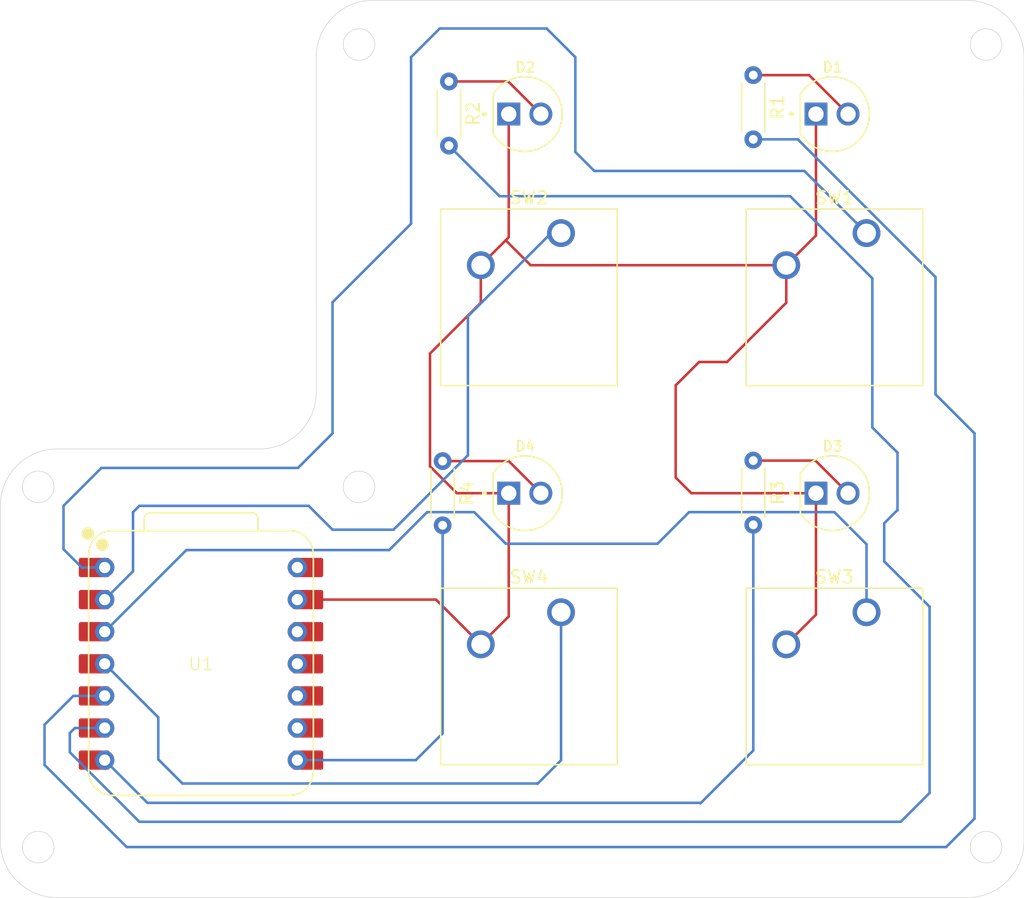
<source format=kicad_pcb>
(kicad_pcb (version 20241229) (generator "pcbnew") (generator_version "9.0")
  (layers (0 "F.Cu" signal) (2 "B.Cu" signal) (13 "F.Paste" user) (15 "B.Paste" user) (5 "F.SilkS" user "F.Silkscreen") (7 "B.SilkS" user "B.Silkscreen") (1 "F.Mask" user) (3 "B.Mask" user) (25 "Edge.Cuts" user))
  (net 0 "")
  (net 1 "Net-(D1-PadA)")
  (net 2 "GND")
  (net 3 "Net-(D2-PadA)")
  (net 4 "Net-(D3-PadA)")
  (net 5 "LED1")
  (net 6 "LED2")
  (net 7 "LED3")
  (net 8 "button1")
  (net 9 "button2")
  (net 10 "button3")
  (net 15 "Net-(D4-PadA)")
  (net 16 "LED4")
  (net 18 "button4")
  (footprint "Resistor_THT:R_Axial_DIN0204_L3.6mm_D1.6mm_P5.08mm_Horizontal" (layer "F.Cu") (at 154.5 84.42 -90)
    (property "Reference" "R2" (at 2.54 -1.92 90) (layer "F.SilkS"))
    (property "Value" "R")
    (fp_line (start 0.62 0.92) (end 4.46 0.92) (stroke (width 0.12)) (layer "F.SilkS"))
    (fp_line (start 0.62 -0.92) (end 4.46 -0.92) (stroke (width 0.12)) (layer "F.SilkS"))
    (pad "1" thru_hole circle (at 0 0 270) (size 1.4 1.4) (drill 0.7) (layers "*.Cu" "*.Mask") (net 3 "Net-(D2-PadA)"))
    (pad "2" thru_hole circle (at 5.08 0 270) (size 1.4 1.4) (drill 0.7) (layers "*.Cu" "*.Mask") (net 6 "LED2"))
  )
  (footprint "Resistor_THT:R_Axial_DIN0204_L3.6mm_D1.6mm_P5.08mm_Horizontal" (layer "F.Cu") (at 178.58 114.42 -90)
    (property "Reference" "R3" (at 2.54 -1.92 90) (layer "F.SilkS"))
    (property "Value" "R")
    (fp_line (start 0.62 0.92) (end 4.46 0.92) (stroke (width 0.12)) (layer "F.SilkS"))
    (fp_line (start 0.62 -0.92) (end 4.46 -0.92) (stroke (width 0.12)) (layer "F.SilkS"))
    (pad "1" thru_hole circle (at 0 0 270) (size 1.4 1.4) (drill 0.7) (layers "*.Cu" "*.Mask") (net 4 "Net-(D3-PadA)"))
    (pad "2" thru_hole circle (at 5.08 0 270) (size 1.4 1.4) (drill 0.7) (layers "*.Cu" "*.Mask") (net 7 "LED3"))
  )
  (footprint "Button_Switch_Keyboard:SW_Cherry_MX_1.00u_PCB" (layer "F.Cu") (at 187.54 96.42)
    (property "Reference" "SW1" (at -2.54 -2.794 0) (layer "F.SilkS"))
    (property "Value" "SW_Push")
    (fp_line (start -9.525 -1.905) (end 4.445 -1.905) (stroke (width 0.12)) (layer "F.SilkS"))
    (fp_line (start -9.525 12.065) (end -9.525 -1.905) (stroke (width 0.12)) (layer "F.SilkS"))
    (fp_line (start 4.445 -1.905) (end 4.445 12.065) (stroke (width 0.12)) (layer "F.SilkS"))
    (fp_line (start 4.445 12.065) (end -9.525 12.065) (stroke (width 0.12)) (layer "F.SilkS"))
    (pad "" np_thru_hole circle (at -7.62 5.08) (size 1.7 1.7) (drill 1.7) (layers "*.Cu" "*.Mask"))
    (pad "" np_thru_hole circle (at -2.54 5.08) (size 4 4) (drill 4) (layers "*.Cu" "*.Mask"))
    (pad "" np_thru_hole circle (at 2.54 5.08) (size 1.7 1.7) (drill 1.7) (layers "*.Cu" "*.Mask"))
    (pad "1" thru_hole circle (at 0 0) (size 2.2 2.2) (drill 1.5) (layers "*.Cu" "*.Mask") (net 8 "button1"))
    (pad "2" thru_hole circle (at -6.35 2.54) (size 2.2 2.2) (drill 1.5) (layers "*.Cu" "*.Mask") (net 2 "GND"))
  )
  (footprint "footprints:LEDRD254W57D500H1070" (layer "F.Cu") (at 160.5 87)
    (property "Reference" "D2" (at 0.04 -3.708 0) (layer "F.SilkS") (effects (font (size 0.8 0.8))))
    (property "Value" "L08R5000Q1")
    (fp_line (start -2.5 -1.566) (end -2.5 1.566) (stroke (width 0.127)) (layer "F.SilkS"))
    (fp_arc (start -2.5 -1.566) (mid 2.961291 0) (end -2.5 1.566) (stroke (width 0.127)) (layer "F.SilkS"))
    (fp_circle (center -3.2 0) (end -3.1 0) (stroke (width 0.2)) (fill no) (layer "F.SilkS"))
    (pad "A" thru_hole circle (at 1.27 0) (size 1.815 1.815) (drill 1.21) (layers "*.Cu" "*.Mask") (net 3 "Net-(D2-PadA)"))
    (pad "C" thru_hole rect (at -1.27 0) (size 1.815 1.815) (drill 1.21) (layers "*.Cu" "*.Mask") (net 2 "GND"))
  )
  (footprint "Button_Switch_Keyboard:SW_Cherry_MX_1.00u_PCB" (layer "F.Cu") (at 187.54 126.42)
    (property "Reference" "SW3" (at -2.54 -2.794 0) (layer "F.SilkS"))
    (property "Value" "SW_Push")
    (fp_line (start -9.525 -1.905) (end 4.445 -1.905) (stroke (width 0.12)) (layer "F.SilkS"))
    (fp_line (start -9.525 12.065) (end -9.525 -1.905) (stroke (width 0.12)) (layer "F.SilkS"))
    (fp_line (start 4.445 -1.905) (end 4.445 12.065) (stroke (width 0.12)) (layer "F.SilkS"))
    (fp_line (start 4.445 12.065) (end -9.525 12.065) (stroke (width 0.12)) (layer "F.SilkS"))
    (pad "" np_thru_hole circle (at -7.62 5.08) (size 1.7 1.7) (drill 1.7) (layers "*.Cu" "*.Mask"))
    (pad "" np_thru_hole circle (at -2.54 5.08) (size 4 4) (drill 4) (layers "*.Cu" "*.Mask"))
    (pad "" np_thru_hole circle (at 2.54 5.08) (size 1.7 1.7) (drill 1.7) (layers "*.Cu" "*.Mask"))
    (pad "1" thru_hole circle (at 0 0) (size 2.2 2.2) (drill 1.5) (layers "*.Cu" "*.Mask") (net 10 "button3"))
    (pad "2" thru_hole circle (at -6.35 2.54) (size 2.2 2.2) (drill 1.5) (layers "*.Cu" "*.Mask") (net 2 "GND"))
  )
  (footprint "Button_Switch_Keyboard:SW_Cherry_MX_1.00u_PCB" (layer "F.Cu") (at 163.369 126.42)
    (property "Reference" "SW4" (at -2.54 -2.794 0) (layer "F.SilkS"))
    (property "Value" "SW_Push")
    (fp_line (start -9.525 -1.905) (end 4.445 -1.905) (stroke (width 0.12)) (layer "F.SilkS"))
    (fp_line (start -9.525 12.065) (end -9.525 -1.905) (stroke (width 0.12)) (layer "F.SilkS"))
    (fp_line (start 4.445 -1.905) (end 4.445 12.065) (stroke (width 0.12)) (layer "F.SilkS"))
    (fp_line (start 4.445 12.065) (end -9.525 12.065) (stroke (width 0.12)) (layer "F.SilkS"))
    (pad "" np_thru_hole circle (at -7.62 5.08) (size 1.7 1.7) (drill 1.7) (layers "*.Cu" "*.Mask"))
    (pad "" np_thru_hole circle (at -2.54 5.08) (size 4 4) (drill 4) (layers "*.Cu" "*.Mask"))
    (pad "" np_thru_hole circle (at 2.54 5.08) (size 1.7 1.7) (drill 1.7) (layers "*.Cu" "*.Mask"))
    (pad "1" thru_hole circle (at 0 0) (size 2.2 2.2) (drill 1.5) (layers "*.Cu" "*.Mask") (net 18 "button4"))
    (pad "2" thru_hole circle (at -6.35 2.54) (size 2.2 2.2) (drill 1.5) (layers "*.Cu" "*.Mask") (net 2 "GND"))
  )
  (footprint "Resistor_THT:R_Axial_DIN0204_L3.6mm_D1.6mm_P5.08mm_Horizontal" (layer "F.Cu") (at 178.58 83.92 -90)
    (property "Reference" "R1" (at 2.54 -1.92 90) (layer "F.SilkS"))
    (property "Value" "R")
    (fp_line (start 0.62 0.92) (end 4.46 0.92) (stroke (width 0.12)) (layer "F.SilkS"))
    (fp_line (start 0.62 -0.92) (end 4.46 -0.92) (stroke (width 0.12)) (layer "F.SilkS"))
    (pad "1" thru_hole circle (at 0 0 270) (size 1.4 1.4) (drill 0.7) (layers "*.Cu" "*.Mask") (net 1 "Net-(D1-PadA)"))
    (pad "2" thru_hole circle (at 5.08 0 270) (size 1.4 1.4) (drill 0.7) (layers "*.Cu" "*.Mask") (net 5 "LED1"))
  )
  (footprint "footprints:LEDRD254W57D500H1070" (layer "F.Cu") (at 160.5 117)
    (property "Reference" "D4" (at 0.04 -3.708 0) (layer "F.SilkS") (effects (font (size 0.8 0.8))))
    (property "Value" "L08R5000Q1")
    (fp_line (start -2.5 -1.566) (end -2.5 1.566) (stroke (width 0.127)) (layer "F.SilkS"))
    (fp_arc (start -2.5 -1.566) (mid 2.961291 0) (end -2.5 1.566) (stroke (width 0.127)) (layer "F.SilkS"))
    (fp_circle (center -3.2 0) (end -3.1 0) (stroke (width 0.2)) (fill no) (layer "F.SilkS"))
    (pad "A" thru_hole circle (at 1.27 0) (size 1.815 1.815) (drill 1.21) (layers "*.Cu" "*.Mask") (net 15 "Net-(D4-PadA)"))
    (pad "C" thru_hole rect (at -1.27 0) (size 1.815 1.815) (drill 1.21) (layers "*.Cu" "*.Mask") (net 2 "GND"))
  )
  (footprint "Button_Switch_Keyboard:SW_Cherry_MX_1.00u_PCB" (layer "F.Cu") (at 163.369 96.42)
    (property "Reference" "SW2" (at -2.54 -2.794 0) (layer "F.SilkS"))
    (property "Value" "SW_Push")
    (fp_line (start -9.525 -1.905) (end 4.445 -1.905) (stroke (width 0.12)) (layer "F.SilkS"))
    (fp_line (start -9.525 12.065) (end -9.525 -1.905) (stroke (width 0.12)) (layer "F.SilkS"))
    (fp_line (start 4.445 -1.905) (end 4.445 12.065) (stroke (width 0.12)) (layer "F.SilkS"))
    (fp_line (start 4.445 12.065) (end -9.525 12.065) (stroke (width 0.12)) (layer "F.SilkS"))
    (pad "" np_thru_hole circle (at -7.62 5.08) (size 1.7 1.7) (drill 1.7) (layers "*.Cu" "*.Mask"))
    (pad "" np_thru_hole circle (at -2.54 5.08) (size 4 4) (drill 4) (layers "*.Cu" "*.Mask"))
    (pad "" np_thru_hole circle (at 2.54 5.08) (size 1.7 1.7) (drill 1.7) (layers "*.Cu" "*.Mask"))
    (pad "1" thru_hole circle (at 0 0) (size 2.2 2.2) (drill 1.5) (layers "*.Cu" "*.Mask") (net 9 "button2"))
    (pad "2" thru_hole circle (at -6.35 2.54) (size 2.2 2.2) (drill 1.5) (layers "*.Cu" "*.Mask") (net 2 "GND"))
  )
  (footprint "footprints:XIAO-RP2040-DIP" (layer "F.Cu") (at 134.88 130.5)
    (property "Reference" "U1" (at 0 0 0) (layer "F.SilkS") (effects (font (thickness 0.1016))))
    (property "Value" "XIAO-RP2040-DIP")
    (fp_line (start -8.89 8.509) (end -8.89 -8.636) (stroke (width 0.127)) (layer "F.SilkS"))
    (fp_line (start -6.985 10.414) (end 6.985 10.414) (stroke (width 0.127)) (layer "F.SilkS"))
    (fp_line (start -4.495 -10.541) (end -4.491272 -11.451272) (stroke (width 0.127)) (layer "F.SilkS"))
    (fp_line (start -3.991272 -11.951) (end 4.004 -11.951) (stroke (width 0.127)) (layer "F.SilkS"))
    (fp_line (start 4.504 -11.451) (end 4.504 -10.541) (stroke (width 0.127)) (layer "F.SilkS"))
    (fp_line (start 6.985 -10.541) (end -6.985 -10.541) (stroke (width 0.1)) (layer "F.SilkS"))
    (fp_line (start 6.985 -10.541) (end -6.985 -10.541) (stroke (width 0.127)) (layer "F.SilkS"))
    (fp_line (start 8.89 8.509) (end 8.89 -8.636) (stroke (width 0.127)) (layer "F.SilkS"))
    (fp_arc (start -8.89 -8.636) (mid -8.332038 -9.983038) (end -6.985 -10.541) (stroke (width 0.127)) (layer "F.SilkS"))
    (fp_arc (start -6.985 10.414) (mid -8.332038 9.856038) (end -8.89 8.509) (stroke (width 0.127)) (layer "F.SilkS"))
    (fp_arc (start -4.491272 -11.451272) (mid -4.344728 -11.80464) (end -3.991272 -11.951) (stroke (width 0.127)) (layer "F.SilkS"))
    (fp_arc (start 4.004 -11.951) (mid 4.357553 -11.804553) (end 4.504 -11.451) (stroke (width 0.127)) (layer "F.SilkS"))
    (fp_arc (start 6.985 -10.541) (mid 8.332038 -9.983038) (end 8.89 -8.636) (stroke (width 0.127)) (layer "F.SilkS"))
    (fp_arc (start 8.89 8.509) (mid 8.332038 9.856038) (end 6.985 10.414) (stroke (width 0.127)) (layer "F.SilkS"))
    (fp_circle (center -8.95 -10.3) (end -8.95 -10.554) (stroke (width 0.5)) (fill yes) (layer "F.SilkS"))
    (fp_circle (center -7.807 -9.42) (end -7.807 -9.674) (stroke (width 0.5)) (fill yes) (layer "F.SilkS"))
    (pad "1" smd roundrect (at -8.455 -7.62 180) (size 2.432 1.524) (layers "F.Cu" "F.Mask") (roundrect_rratio 0.1) (net 8 "button1"))
    (pad "1" thru_hole circle (at -7.62 -7.62 180) (size 1.524 1.524) (drill 0.889) (layers "*.Cu" "*.Mask") (net 8 "button1"))
    (pad "2" smd roundrect (at -8.455 -5.08 180) (size 2.432 1.524) (layers "F.Cu" "F.Mask") (roundrect_rratio 0.1) (net 9 "button2"))
    (pad "2" thru_hole circle (at -7.62 -5.08 180) (size 1.524 1.524) (drill 0.889) (layers "*.Cu" "*.Mask") (net 9 "button2"))
    (pad "3" smd roundrect (at -8.455 -2.54 180) (size 2.432 1.524) (layers "F.Cu" "F.Mask") (roundrect_rratio 0.1) (net 10 "button3"))
    (pad "3" thru_hole circle (at -7.62 -2.54 180) (size 1.524 1.524) (drill 0.889) (layers "*.Cu" "*.Mask") (net 10 "button3"))
    (pad "4" smd roundrect (at -8.455 0 180) (size 2.432 1.524) (layers "F.Cu" "F.Mask") (roundrect_rratio 0.1) (net 18 "button4"))
    (pad "4" thru_hole circle (at -7.62 0 180) (size 1.524 1.524) (drill 0.889) (layers "*.Cu" "*.Mask") (net 18 "button4"))
    (pad "5" smd roundrect (at -8.455 2.54 180) (size 2.432 1.524) (layers "F.Cu" "F.Mask") (roundrect_rratio 0.1) (net 5 "LED1"))
    (pad "5" thru_hole circle (at -7.62 2.54 180) (size 1.524 1.524) (drill 0.889) (layers "*.Cu" "*.Mask") (net 5 "LED1"))
    (pad "6" smd roundrect (at -8.455 5.08 180) (size 2.432 1.524) (layers "F.Cu" "F.Mask") (roundrect_rratio 0.1) (net 6 "LED2"))
    (pad "6" thru_hole circle (at -7.62 5.08 180) (size 1.524 1.524) (drill 0.889) (layers "*.Cu" "*.Mask") (net 6 "LED2"))
    (pad "7" smd roundrect (at -8.455 7.62 180) (size 2.432 1.524) (layers "F.Cu" "F.Mask") (roundrect_rratio 0.1) (net 7 "LED3"))
    (pad "7" thru_hole circle (at -7.62 7.62 180) (size 1.524 1.524) (drill 0.889) (layers "*.Cu" "*.Mask") (net 7 "LED3"))
    (pad "8" thru_hole circle (at 7.62 7.62) (size 1.524 1.524) (drill 0.889) (layers "*.Cu" "*.Mask") (net 16 "LED4"))
    (pad "8" smd roundrect (at 8.455 7.62) (size 2.432 1.524) (layers "F.Cu" "F.Mask") (roundrect_rratio 0.1) (net 16 "LED4"))
    (pad "9" thru_hole circle (at 7.62 5.08) (size 1.524 1.524) (drill 0.889) (layers "*.Cu" "*.Mask"))
    (pad "9" smd roundrect (at 8.455 5.08) (size 2.432 1.524) (layers "F.Cu" "F.Mask") (roundrect_rratio 0.1))
    (pad "10" thru_hole circle (at 7.62 2.54) (size 1.524 1.524) (drill 0.889) (layers "*.Cu" "*.Mask"))
    (pad "10" smd roundrect (at 8.455 2.54) (size 2.432 1.524) (layers "F.Cu" "F.Mask") (roundrect_rratio 0.1))
    (pad "11" thru_hole circle (at 7.62 0) (size 1.524 1.524) (drill 0.889) (layers "*.Cu" "*.Mask"))
    (pad "11" smd roundrect (at 8.455 0) (size 2.432 1.524) (layers "F.Cu" "F.Mask") (roundrect_rratio 0.1))
    (pad "12" thru_hole circle (at 7.62 -2.54) (size 1.524 1.524) (drill 0.889) (layers "*.Cu" "*.Mask"))
    (pad "12" smd roundrect (at 8.455 -2.54) (size 2.432 1.524) (layers "F.Cu" "F.Mask") (roundrect_rratio 0.1))
    (pad "13" thru_hole circle (at 7.62 -5.08) (size 1.524 1.524) (drill 0.889) (layers "*.Cu" "*.Mask") (net 2 "GND"))
    (pad "13" smd roundrect (at 8.455 -5.08) (size 2.432 1.524) (layers "F.Cu" "F.Mask") (roundrect_rratio 0.1) (net 2 "GND"))
    (pad "14" thru_hole circle (at 7.62 -7.62) (size 1.524 1.524) (drill 0.889) (layers "*.Cu" "*.Mask"))
    (pad "14" smd roundrect (at 8.455 -7.62) (size 2.432 1.524) (layers "F.Cu" "F.Mask") (roundrect_rratio 0.1))
  )
  (footprint "footprints:LEDRD254W57D500H1070" (layer "F.Cu") (at 184.81 117)
    (property "Reference" "D3" (at 0.04 -3.708 0) (layer "F.SilkS") (effects (font (size 0.8 0.8))))
    (property "Value" "L08R5000Q1")
    (fp_line (start -2.5 -1.566) (end -2.5 1.566) (stroke (width 0.127)) (layer "F.SilkS"))
    (fp_arc (start -2.5 -1.566) (mid 2.961291 0) (end -2.5 1.566) (stroke (width 0.127)) (layer "F.SilkS"))
    (fp_circle (center -3.2 0) (end -3.1 0) (stroke (width 0.2)) (fill no) (layer "F.SilkS"))
    (pad "A" thru_hole circle (at 1.27 0) (size 1.815 1.815) (drill 1.21) (layers "*.Cu" "*.Mask") (net 4 "Net-(D3-PadA)"))
    (pad "C" thru_hole rect (at -1.27 0) (size 1.815 1.815) (drill 1.21) (layers "*.Cu" "*.Mask") (net 2 "GND"))
  )
  (footprint "Resistor_THT:R_Axial_DIN0204_L3.6mm_D1.6mm_P5.08mm_Horizontal" (layer "F.Cu") (at 154 114.46 -90)
    (property "Reference" "R4" (at 2.54 -1.92 90) (layer "F.SilkS"))
    (property "Value" "R")
    (fp_line (start 0.62 0.92) (end 4.46 0.92) (stroke (width 0.12)) (layer "F.SilkS"))
    (fp_line (start 0.62 -0.92) (end 4.46 -0.92) (stroke (width 0.12)) (layer "F.SilkS"))
    (pad "1" thru_hole circle (at 0 0 270) (size 1.4 1.4) (drill 0.7) (layers "*.Cu" "*.Mask") (net 15 "Net-(D4-PadA)"))
    (pad "2" thru_hole circle (at 5.08 0 270) (size 1.4 1.4) (drill 0.7) (layers "*.Cu" "*.Mask") (net 16 "LED4"))
  )
  (footprint "footprints:LEDRD254W57D500H1070" (layer "F.Cu") (at 184.81 87)
    (property "Reference" "D1" (at 0.04 -3.708 0) (layer "F.SilkS") (effects (font (size 0.8 0.8))))
    (property "Value" "L08R5000Q1")
    (fp_line (start -2.5 -1.566) (end -2.5 1.566) (stroke (width 0.127)) (layer "F.SilkS"))
    (fp_arc (start -2.5 -1.566) (mid 2.961291 0) (end -2.5 1.566) (stroke (width 0.127)) (layer "F.SilkS"))
    (fp_circle (center -3.2 0) (end -3.1 0) (stroke (width 0.2)) (fill no) (layer "F.SilkS"))
    (pad "A" thru_hole circle (at 1.27 0) (size 1.815 1.815) (drill 1.21) (layers "*.Cu" "*.Mask") (net 1 "Net-(D1-PadA)"))
    (pad "C" thru_hole rect (at -1.27 0) (size 1.815 1.815) (drill 1.21) (layers "*.Cu" "*.Mask") (net 2 "GND"))
  )
  (gr_arc (start 195.5 78.000001) (mid 198.681981 79.31802) (end 200 82.500001) (stroke (width 0.05)) (layer "Edge.Cuts"))
  (gr_line (start 200 140) (end 200 143.5) (stroke (width 0.05)) (layer "Edge.Cuts"))
  (gr_arc (start 144 109) (mid 142.681982 112.181986) (end 139.500001 113.499999) (stroke (width 0.05)) (layer "Edge.Cuts"))
  (gr_arc (start 144 82.5) (mid 145.31802 79.318026) (end 148.499999 78.000001) (stroke (width 0.05)) (layer "Edge.Cuts"))
  (gr_line (start 200 82.500001) (end 200 85) (stroke (width 0.05)) (layer "Edge.Cuts"))
  (gr_line (start 195.5 78.000001) (end 148.5 78.000001) (stroke (width 0.05)) (layer "Edge.Cuts"))
  (gr_line (start 123.5 113.5) (end 139.5 113.499999) (stroke (width 0.05)) (layer "Edge.Cuts"))
  (gr_arc (start 123.5 149) (mid 120.318019 147.681981) (end 119 144.5) (stroke (width 0.05)) (layer "Edge.Cuts"))
  (gr_circle (center 147.381965 81.5) (end 148.631965 81.5) (stroke (width 0.05)) (fill no) (layer "Edge.Cuts"))
  (gr_circle (center 147.381965 116.5) (end 148.631965 116.5) (stroke (width 0.05)) (fill no) (layer "Edge.Cuts"))
  (gr_circle (center 122 116.5) (end 123.25 116.5) (stroke (width 0.05)) (fill no) (layer "Edge.Cuts"))
  (gr_circle (center 122 145) (end 123.25 145) (stroke (width 0.05)) (fill no) (layer "Edge.Cuts"))
  (gr_line (start 200 143.5) (end 200 144.5) (stroke (width 0.05)) (layer "Edge.Cuts"))
  (gr_arc (start 119 118) (mid 120.31802 114.81802) (end 123.5 113.5) (stroke (width 0.05)) (layer "Edge.Cuts"))
  (gr_arc (start 200 144.5) (mid 198.681981 147.681981) (end 195.5 149) (stroke (width 0.05)) (layer "Edge.Cuts"))
  (gr_line (start 123.5 149) (end 195.5 149) (stroke (width 0.05)) (layer "Edge.Cuts"))
  (gr_circle (center 197 81.5) (end 198.25 81.5) (stroke (width 0.05)) (fill no) (layer "Edge.Cuts"))
  (gr_line (start 119 144.5) (end 119 118) (stroke (width 0.05)) (layer "Edge.Cuts"))
  (gr_line (start 144 109.000001) (end 144 82.5) (stroke (width 0.05)) (layer "Edge.Cuts"))
  (gr_circle (center 197 145) (end 198.25 145) (stroke (width 0.05)) (fill no) (layer "Edge.Cuts"))
  (gr_line (start 200 140) (end 200 85) (stroke (width 0.05)) (layer "Edge.Cuts"))
  (segment (start 178.58 83.92) (end 183 83.92) (width 0.2) (layer "F.Cu") (net 1))
  (segment (start 183 83.92) (end 186.08 87) (width 0.2) (layer "F.Cu") (net 1))
  (segment (start 152.999 114.874628) (end 152.999 105.94847) (width 0.2) (layer "F.Cu") (net 2))
  (segment (start 159.23 87) (end 159.23 96.749) (width 0.2) (layer "F.Cu") (net 2))
  (segment (start 159.23 96.749) (end 158.9895 96.9895) (width 0.2) (layer "F.Cu") (net 2))
  (segment (start 181.19 101.92847) (end 176.5 106.61847) (width 0.2) (layer "F.Cu") (net 2))
  (segment (start 159.23 126.749) (end 157.019 128.96) (width 0.2) (layer "F.Cu") (net 2))
  (segment (start 172.44 108.47) (end 172.44 115.76) (width 0.2) (layer "F.Cu") (net 2))
  (segment (start 159.23 117) (end 159.23 121) (width 0.2) (layer "F.Cu") (net 2))
  (segment (start 181.19 98.96) (end 183.54 96.61) (width 0.2) (layer "F.Cu") (net 2))
  (segment (start 183.54 126.61) (end 183.54 117) (width 0.2) (layer "F.Cu") (net 2))
  (segment (start 159.23 122) (end 159.23 126.749) (width 0.2) (layer "F.Cu") (net 2))
  (segment (start 155.124372 117) (end 152.999 114.874628) (width 0.2) (layer "F.Cu") (net 2))
  (segment (start 157.019 101.92847) (end 157.019 98.96) (width 0.2) (layer "F.Cu") (net 2))
  (segment (start 158.9895 96.9895) (end 157.019 98.96) (width 0.2) (layer "F.Cu") (net 2))
  (segment (start 160.96 98.96) (end 181.19 98.96) (width 0.2) (layer "F.Cu") (net 2))
  (segment (start 152.999 105.94847) (end 157.019 101.92847) (width 0.2) (layer "F.Cu") (net 2))
  (segment (start 157.019 128.96) (end 153.479 125.42) (width 0.2) (layer "F.Cu") (net 2))
  (segment (start 158.9895 96.9895) (end 160.96 98.96) (width 0.2) (layer "F.Cu") (net 2))
  (segment (start 174.29153 106.61847) (end 172.44 108.47) (width 0.2) (layer "F.Cu") (net 2))
  (segment (start 172.44 115.76) (end 173.68 117) (width 0.2) (layer "F.Cu") (net 2))
  (segment (start 173.68 117) (end 183.54 117) (width 0.2) (layer "F.Cu") (net 2))
  (segment (start 181.19 98.96) (end 181.19 101.92847) (width 0.2) (layer "F.Cu") (net 2))
  (segment (start 181.19 128.96) (end 183.54 126.61) (width 0.2) (layer "F.Cu") (net 2))
  (segment (start 159.23 117) (end 155.124372 117) (width 0.2) (layer "F.Cu") (net 2))
  (segment (start 159.23 121) (end 159.23 122) (width 0.2) (layer "F.Cu") (net 2))
  (segment (start 153.479 125.42) (end 142.5 125.42) (width 0.2) (layer "F.Cu") (net 2))
  (segment (start 176.5 106.61847) (end 174.29153 106.61847) (width 0.2) (layer "F.Cu") (net 2))
  (segment (start 183.54 96.61) (end 183.54 87) (width 0.2) (layer "F.Cu") (net 2))
  (segment (start 154.5 84.42) (end 159.19 84.42) (width 0.2) (layer "F.Cu") (net 3))
  (segment (start 159.19 84.42) (end 161.77 87) (width 0.2) (layer "F.Cu") (net 3))
  (segment (start 183.5 114.42) (end 186.08 117) (width 0.2) (layer "F.Cu") (net 4))
  (segment (start 178.58 114.42) (end 183.5 114.42) (width 0.2) (layer "F.Cu") (net 4))
  (segment (start 182.101314 89) (end 193 99.898686) (width 0.2) (layer "B.Cu") (net 5))
  (segment (start 193 109.18) (end 196.088 112.268) (width 0.2) (layer "B.Cu") (net 5))
  (segment (start 124.78 133.04) (end 122.5 135.32) (width 0.2) (layer "B.Cu") (net 5))
  (segment (start 196.088 112.268) (end 196.088 142.748) (width 0.2) (layer "B.Cu") (net 5))
  (segment (start 193.836 145) (end 129 145) (width 0.2) (layer "B.Cu") (net 5))
  (segment (start 122.5 135.32) (end 122.5 138.5) (width 0.2) (layer "B.Cu") (net 5))
  (segment (start 127.26 133.04) (end 124.78 133.04) (width 0.2) (layer "B.Cu") (net 5))
  (segment (start 129 145) (end 122.5 138.5) (width 0.2) (layer "B.Cu") (net 5))
  (segment (start 193 99.898686) (end 193 109.18) (width 0.2) (layer "B.Cu") (net 5))
  (segment (start 178.58 89) (end 182.101314 89) (width 0.2) (layer "B.Cu") (net 5))
  (segment (start 196.088 142.748) (end 193.836 145) (width 0.2) (layer "B.Cu") (net 5))
  (segment (start 130 143) (end 124.5 137.5) (width 0.2) (layer "B.Cu") (net 6))
  (segment (start 188 111.8) (end 189.992 113.792) (width 0.2) (layer "B.Cu") (net 6))
  (segment (start 189.992 118.364) (end 189.957 118.364) (width 0.2) (layer "B.Cu") (net 6))
  (segment (start 124.5 135.98) (end 124.5 137.5) (width 0.2) (layer "B.Cu") (net 6))
  (segment (start 188.941 119.38) (end 188.941 122.393) (width 0.2) (layer "B.Cu") (net 6))
  (segment (start 189.992 113.792) (end 189.992 118.364) (width 0.2) (layer "B.Cu") (net 6))
  (segment (start 124.9 135.58) (end 124.5 135.98) (width 0.2) (layer "B.Cu") (net 6))
  (segment (start 188.941 122.393) (end 192.532 125.984) (width 0.2) (layer "B.Cu") (net 6))
  (segment (start 158.5 93.5) (end 181.5 93.5) (width 0.2) (layer "B.Cu") (net 6))
  (segment (start 189.957 118.364) (end 188.941 119.38) (width 0.2) (layer "B.Cu") (net 6))
  (segment (start 181.5 93.5) (end 188 100) (width 0.2) (layer "B.Cu") (net 6))
  (segment (start 188 100) (end 188 111.8) (width 0.2) (layer "B.Cu") (net 6))
  (segment (start 192.532 125.984) (end 192.532 140.716) (width 0.2) (layer "B.Cu") (net 6))
  (segment (start 154.5 89.5) (end 158.5 93.5) (width 0.2) (layer "B.Cu") (net 6))
  (segment (start 127.26 135.58) (end 124.9 135.58) (width 0.2) (layer "B.Cu") (net 6))
  (segment (start 190.248 143) (end 130 143) (width 0.2) (layer "B.Cu") (net 6))
  (segment (start 192.532 140.716) (end 190.248 143) (width 0.2) (layer "B.Cu") (net 6))
  (segment (start 178.58 119.5) (end 178.5 119.58) (width 0.2) (layer "B.Cu") (net 7))
  (segment (start 174.36 141.5) (end 130.64 141.5) (width 0.2) (layer "B.Cu") (net 7))
  (segment (start 178.58 137.36) (end 174.4 141.54) (width 0.2) (layer "B.Cu") (net 7))
  (segment (start 174.4 141.54) (end 174.36 141.5) (width 0.2) (layer "B.Cu") (net 7))
  (segment (start 130.64 141.5) (end 127.26 138.12) (width 0.2) (layer "B.Cu") (net 7))
  (segment (start 178.58 119.5) (end 178.58 137.36) (width 0.2) (layer "B.Cu") (net 7))
  (segment (start 164.5 82.5) (end 164.5 90) (width 0.2) (layer "B.Cu") (net 8))
  (segment (start 145.288 101.892) (end 151.5 95.68) (width 0.2) (layer "B.Cu") (net 8))
  (segment (start 166 91.5) (end 182.62 91.5) (width 0.2) (layer "B.Cu") (net 8))
  (segment (start 142.556 115) (end 145.288 112.268) (width 0.2) (layer "B.Cu") (net 8))
  (segment (start 124 118) (end 127 115) (width 0.2) (layer "B.Cu") (net 8))
  (segment (start 153.77 80.23) (end 162.23 80.23) (width 0.2) (layer "B.Cu") (net 8))
  (segment (start 127 115) (end 142.556 115) (width 0.2) (layer "B.Cu") (net 8))
  (segment (start 182.62 91.5) (end 187.54 96.42) (width 0.2) (layer "B.Cu") (net 8))
  (segment (start 151.5 95.68) (end 151.5 82.5) (width 0.2) (layer "B.Cu") (net 8))
  (segment (start 124 121.43) (end 124 118) (width 0.2) (layer "B.Cu") (net 8))
  (segment (start 164.5 90) (end 166 91.5) (width 0.2) (layer "B.Cu") (net 8))
  (segment (start 125.53 122.88) (end 125.49 122.92) (width 0.2) (layer "B.Cu") (net 8))
  (segment (start 125.49 122.92) (end 124 121.43) (width 0.2) (layer "B.Cu") (net 8))
  (segment (start 145.288 112.268) (end 145.288 101.892) (width 0.2) (layer "B.Cu") (net 8))
  (segment (start 151.5 82.5) (end 153.77 80.23) (width 0.2) (layer "B.Cu") (net 8))
  (segment (start 127.26 122.88) (end 125.53 122.88) (width 0.2) (layer "B.Cu") (net 8))
  (segment (start 162.23 80.23) (end 164.5 82.5) (width 0.2) (layer "B.Cu") (net 8))
  (segment (start 150.112 119.888) (end 145.288 119.888) (width 0.2) (layer "B.Cu") (net 9))
  (segment (start 156 114) (end 150.112 119.888) (width 0.2) (layer "B.Cu") (net 9))
  (segment (start 163.369 96.42) (end 162.58 96.42) (width 0.2) (layer "B.Cu") (net 9))
  (segment (start 130 118) (end 129.5 118.5) (width 0.2) (layer "B.Cu") (net 9))
  (segment (start 162.58 96.42) (end 156 103) (width 0.2) (layer "B.Cu") (net 9))
  (segment (start 145.288 119.888) (end 143.4 118) (width 0.2) (layer "B.Cu") (net 9))
  (segment (start 129.5 118.5) (end 129.5 123.18) (width 0.2) (layer "B.Cu") (net 9))
  (segment (start 129.5 123.18) (end 127.26 125.42) (width 0.2) (layer "B.Cu") (net 9))
  (segment (start 143.4 118) (end 130 118) (width 0.2) (layer "B.Cu") (net 9))
  (segment (start 156 103) (end 156 114) (width 0.2) (layer "B.Cu") (net 9))
  (segment (start 149.772 121.5) (end 152.772 118.5) (width 0.2) (layer "B.Cu") (net 10))
  (segment (start 133.72 121.5) (end 149.772 121.5) (width 0.2) (layer "B.Cu") (net 10))
  (segment (start 171 121) (end 173.501 118.499) (width 0.2) (layer "B.Cu") (net 10))
  (segment (start 152.772 118.5) (end 156.5 118.5) (width 0.2) (layer "B.Cu") (net 10))
  (segment (start 127.26 127.96) (end 133.72 121.5) (width 0.2) (layer "B.Cu") (net 10))
  (segment (start 184.999 118.499) (end 187.54 121.04) (width 0.2) (layer "B.Cu") (net 10))
  (segment (start 187.54 121.04) (end 187.54 126.42) (width 0.2) (layer "B.Cu") (net 10))
  (segment (start 173.501 118.499) (end 184.999 118.499) (width 0.2) (layer "B.Cu") (net 10))
  (segment (start 156.5 118.5) (end 159 121) (width 0.2) (layer "B.Cu") (net 10))
  (segment (start 159 121) (end 171 121) (width 0.2) (layer "B.Cu") (net 10))
  (segment (start 159.23 114.46) (end 161.77 117) (width 0.2) (layer "F.Cu") (net 15))
  (segment (start 154 114.46) (end 159.23 114.46) (width 0.2) (layer "F.Cu") (net 15))
  (segment (start 154 119.54) (end 154 136) (width 0.2) (layer "B.Cu") (net 16))
  (segment (start 151.88 138.12) (end 142.5 138.12) (width 0.2) (layer "B.Cu") (net 16))
  (segment (start 154 136) (end 151.88 138.12) (width 0.2) (layer "B.Cu") (net 16))
  (segment (start 133.41 139.97) (end 161.47 139.97) (width 0.2) (layer "B.Cu") (net 18))
  (segment (start 131.5 134.74) (end 131.5 138.06) (width 0.2) (layer "B.Cu") (net 18))
  (segment (start 163.369 126.42) (end 163.369 138.131) (width 0.2) (layer "B.Cu") (net 18))
  (segment (start 131.5 134.74) (end 127.26 130.5) (width 0.2) (layer "B.Cu") (net 18))
  (segment (start 131.5 138.06) (end 133.41 139.97) (width 0.2) (layer "B.Cu") (net 18))
  (segment (start 161.47 139.97) (end 161.5 140) (width 0.2) (layer "B.Cu") (net 18))
  (segment (start 163.369 138.131) (end 161.5 140) (width 0.2) (layer "B.Cu") (net 18))
)
</source>
